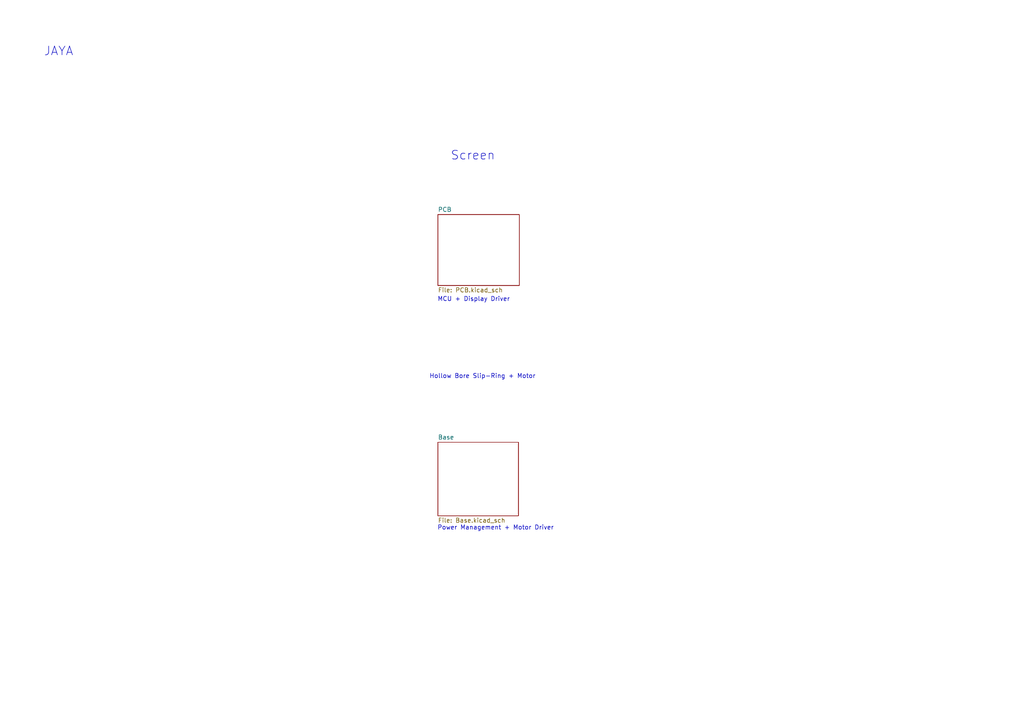
<source format=kicad_sch>
(kicad_sch
	(version 20250114)
	(generator "eeschema")
	(generator_version "9.0")
	(uuid "7719e808-dda9-4d77-a5e4-7786d8058225")
	(paper "A4")
	(lib_symbols)
	(text "JAYA"
		(exclude_from_sim no)
		(at 17.018 14.986 0)
		(effects
			(font
				(size 2.54 2.54)
			)
		)
		(uuid "19995ffe-ba4f-4398-9ce4-f8726930ef25")
	)
	(text "Screen"
		(exclude_from_sim no)
		(at 137.16 45.212 0)
		(effects
			(font
				(size 2.54 2.54)
			)
		)
		(uuid "466c87c1-8696-4ee8-80c1-b73c6504cf27")
	)
	(text "Hollow Bore Slip-Ring + Motor"
		(exclude_from_sim no)
		(at 139.954 109.22 0)
		(effects
			(font
				(size 1.27 1.27)
			)
		)
		(uuid "51d4aaa9-9416-4e51-92a8-255b43df6ce7")
	)
	(text "Power Management + Motor Driver"
		(exclude_from_sim no)
		(at 143.764 153.162 0)
		(effects
			(font
				(size 1.27 1.27)
			)
		)
		(uuid "cf0c3f8e-17b6-478e-827a-db8ef371ed3d")
	)
	(text "MCU + Display Driver"
		(exclude_from_sim no)
		(at 137.414 86.868 0)
		(effects
			(font
				(size 1.27 1.27)
			)
		)
		(uuid "fa507427-070f-4f07-a392-b77d99615d4c")
	)
	(sheet
		(at 127 62.23)
		(size 23.622 20.574)
		(exclude_from_sim no)
		(in_bom yes)
		(on_board yes)
		(dnp no)
		(fields_autoplaced yes)
		(stroke
			(width 0.1524)
			(type solid)
		)
		(fill
			(color 0 0 0 0.0000)
		)
		(uuid "3f00543e-4cd5-4cc0-a257-eac1d7a0a540")
		(property "Sheetname" "PCB"
			(at 127 61.5184 0)
			(effects
				(font
					(size 1.27 1.27)
				)
				(justify left bottom)
			)
		)
		(property "Sheetfile" "PCB.kicad_sch"
			(at 127 83.3886 0)
			(effects
				(font
					(size 1.27 1.27)
				)
				(justify left top)
			)
		)
		(instances
			(project "AuraView"
				(path "/bc06d563-4007-4b79-a2fd-3534d8dd4a5b/4bf745a6-de54-4b83-90cc-a634239cb0a7"
					(page "6")
				)
			)
		)
	)
	(sheet
		(at 127 128.27)
		(size 23.368 21.336)
		(exclude_from_sim no)
		(in_bom yes)
		(on_board yes)
		(dnp no)
		(fields_autoplaced yes)
		(stroke
			(width 0.1524)
			(type solid)
		)
		(fill
			(color 0 0 0 0.0000)
		)
		(uuid "ece56836-95f8-4556-8942-9ecf98305ecb")
		(property "Sheetname" "Base"
			(at 127 127.5584 0)
			(effects
				(font
					(size 1.27 1.27)
				)
				(justify left bottom)
			)
		)
		(property "Sheetfile" "Base.kicad_sch"
			(at 127 150.1906 0)
			(effects
				(font
					(size 1.27 1.27)
				)
				(justify left top)
			)
		)
		(instances
			(project "AuraView"
				(path "/bc06d563-4007-4b79-a2fd-3534d8dd4a5b/4bf745a6-de54-4b83-90cc-a634239cb0a7"
					(page "5")
				)
			)
		)
	)
)

</source>
